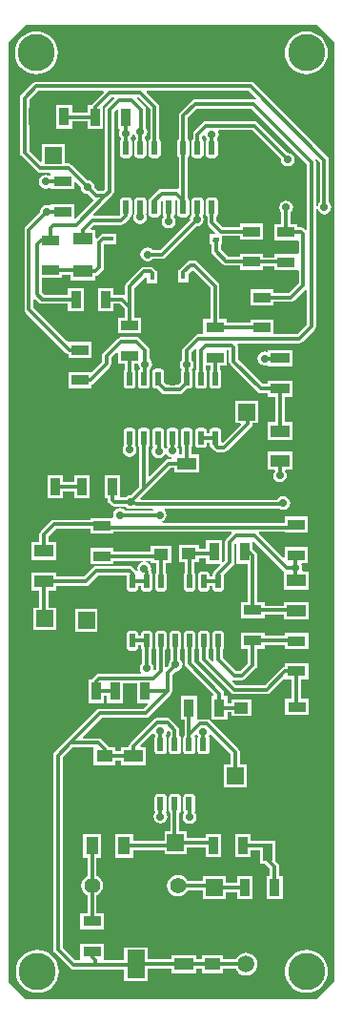
<source format=gbr>
%TF.GenerationSoftware,Altium Limited,Altium Designer,19.0.15 (446)*%
G04 Layer_Physical_Order=1*
G04 Layer_Color=255*
%FSLAX42Y42*%
%MOMM*%
%TF.FileFunction,Copper,L1,Top,Signal*%
%TF.Part,Single*%
G01*
G75*
%TA.AperFunction,SMDPad,CuDef*%
%ADD10R,1.55X0.90*%
%ADD11R,1.60X0.90*%
%ADD12R,1.70X1.10*%
%ADD13R,1.70X0.95*%
%ADD14R,0.90X1.60*%
G04:AMPARAMS|DCode=15|XSize=0.55mm|YSize=1.25mm|CornerRadius=0.05mm|HoleSize=0mm|Usage=FLASHONLY|Rotation=180.000|XOffset=0mm|YOffset=0mm|HoleType=Round|Shape=RoundedRectangle|*
%AMROUNDEDRECTD15*
21,1,0.55,1.15,0,0,180.0*
21,1,0.45,1.25,0,0,180.0*
1,1,0.10,-0.23,0.58*
1,1,0.10,0.23,0.58*
1,1,0.10,0.23,-0.58*
1,1,0.10,-0.23,-0.58*
%
%ADD15ROUNDEDRECTD15*%
%ADD16R,0.59X0.45*%
%ADD17R,1.30X1.00*%
%ADD18R,0.90X1.55*%
%ADD19R,0.45X0.59*%
%ADD20R,1.40X1.10*%
%ADD21R,1.60X2.50*%
%ADD22R,1.10X1.65*%
%TA.AperFunction,Conductor*%
%ADD23C,0.30*%
%TA.AperFunction,ComponentPad*%
%ADD24R,1.50X1.50*%
%ADD25C,1.40*%
%ADD26R,1.50X1.50*%
%ADD27C,1.50*%
%TA.AperFunction,ViaPad*%
%ADD28C,3.30*%
%ADD29C,0.70*%
G36*
X6650Y12650D02*
X6800Y12500D01*
Y4160D01*
X6640Y4000D01*
X4060D01*
X3900Y4160D01*
Y12490D01*
X4060Y12650D01*
X6650Y12650D01*
D02*
G37*
%LPC*%
G36*
X6550Y12591D02*
X6513Y12587D01*
X6477Y12576D01*
X6444Y12559D01*
X6415Y12535D01*
X6391Y12506D01*
X6374Y12473D01*
X6363Y12437D01*
X6359Y12400D01*
X6363Y12363D01*
X6374Y12327D01*
X6391Y12294D01*
X6415Y12265D01*
X6444Y12241D01*
X6477Y12224D01*
X6513Y12213D01*
X6550Y12209D01*
X6587Y12213D01*
X6623Y12224D01*
X6656Y12241D01*
X6685Y12265D01*
X6709Y12294D01*
X6726Y12327D01*
X6737Y12363D01*
X6741Y12400D01*
X6737Y12437D01*
X6726Y12473D01*
X6709Y12506D01*
X6685Y12535D01*
X6656Y12559D01*
X6623Y12576D01*
X6587Y12587D01*
X6550Y12591D01*
D02*
G37*
G36*
X4150D02*
X4113Y12587D01*
X4077Y12576D01*
X4044Y12559D01*
X4015Y12535D01*
X3991Y12506D01*
X3974Y12473D01*
X3963Y12437D01*
X3959Y12400D01*
X3963Y12363D01*
X3974Y12327D01*
X3991Y12294D01*
X4015Y12265D01*
X4044Y12241D01*
X4077Y12224D01*
X4113Y12213D01*
X4150Y12209D01*
X4187Y12213D01*
X4223Y12224D01*
X4256Y12241D01*
X4285Y12265D01*
X4309Y12294D01*
X4326Y12327D01*
X4337Y12363D01*
X4341Y12400D01*
X4337Y12437D01*
X4326Y12473D01*
X4309Y12506D01*
X4285Y12535D01*
X4256Y12559D01*
X4223Y12576D01*
X4187Y12587D01*
X4150Y12591D01*
D02*
G37*
G36*
X6055Y12143D02*
X6055Y12143D01*
X4150D01*
X4150Y12143D01*
X4134Y12140D01*
X4121Y12131D01*
X4016Y12026D01*
X4007Y12013D01*
X4004Y11997D01*
X4004Y11997D01*
Y11515D01*
X4004Y11515D01*
X4007Y11499D01*
X4016Y11486D01*
X4154Y11349D01*
X4154Y11349D01*
X4167Y11340D01*
X4183Y11337D01*
X4269D01*
X4278Y11328D01*
Y11315D01*
X4266Y11309D01*
X4258Y11314D01*
X4235Y11319D01*
X4212Y11314D01*
X4192Y11301D01*
X4178Y11281D01*
X4174Y11257D01*
X4178Y11234D01*
X4192Y11214D01*
X4212Y11201D01*
X4235Y11196D01*
X4258Y11201D01*
X4266Y11206D01*
X4278Y11200D01*
Y11188D01*
X4488D01*
Y11253D01*
X4499Y11258D01*
X4545Y11212D01*
X4544Y11207D01*
X4548Y11184D01*
X4562Y11164D01*
X4582Y11151D01*
X4605Y11146D01*
X4608Y11147D01*
X4652Y11102D01*
X4652Y11102D01*
X4655Y11101D01*
X4657Y11084D01*
X4500Y10928D01*
X4488Y10933D01*
Y11057D01*
X4278D01*
Y11055D01*
X4265Y11047D01*
X4245Y11051D01*
X4222Y11047D01*
X4202Y11033D01*
X4188Y11013D01*
X4184Y10990D01*
X4184Y10987D01*
X4056Y10859D01*
X4047Y10846D01*
X4044Y10830D01*
X4044Y10830D01*
Y10123D01*
X4044Y10122D01*
X4047Y10107D01*
X4056Y10094D01*
X4414Y9736D01*
X4414Y9736D01*
X4427Y9727D01*
X4433Y9726D01*
Y9695D01*
X4643D01*
Y9835D01*
X4433D01*
X4433Y9835D01*
Y9835D01*
X4423Y9842D01*
X4126Y10139D01*
Y10214D01*
X4138Y10219D01*
X4174Y10184D01*
X4187Y10175D01*
X4203Y10172D01*
X4203Y10172D01*
X4432D01*
Y10110D01*
X4572D01*
Y10315D01*
X4432D01*
Y10253D01*
X4219D01*
X4196Y10277D01*
Y10403D01*
X4378D01*
Y10432D01*
X4458D01*
Y10380D01*
X4678D01*
Y10420D01*
X4688Y10422D01*
X4701Y10431D01*
X4741Y10471D01*
X4741Y10471D01*
X4750Y10484D01*
X4753Y10500D01*
Y10701D01*
X4755Y10703D01*
X4862D01*
Y10798D01*
X4753D01*
Y10798D01*
X4743Y10790D01*
X4729Y10788D01*
X4716Y10779D01*
X4716Y10779D01*
X4690Y10753D01*
X4678Y10758D01*
Y10830D01*
X4639D01*
X4634Y10842D01*
X4667Y10874D01*
X4905D01*
X4905Y10874D01*
X4921Y10877D01*
X4934Y10886D01*
X4977Y10930D01*
X4977Y10930D01*
X4986Y10943D01*
X4987Y10947D01*
X4992Y10951D01*
X4999Y10961D01*
X5001Y10972D01*
Y11088D01*
X4999Y11099D01*
X4992Y11109D01*
X4982Y11116D01*
X4971Y11118D01*
X4925D01*
X4914Y11116D01*
X4904Y11109D01*
X4897Y11099D01*
X4895Y11088D01*
Y10972D01*
X4896Y10965D01*
X4888Y10956D01*
X4661D01*
X4656Y10968D01*
X4790Y11102D01*
X4790Y11102D01*
X4829Y11141D01*
X4838Y11154D01*
X4841Y11170D01*
X4841Y11170D01*
Y11876D01*
X4863Y11898D01*
X4875Y11893D01*
Y11725D01*
X4886D01*
X4892Y11714D01*
X4888Y11708D01*
X4884Y11685D01*
X4888Y11662D01*
X4902Y11642D01*
X4900Y11628D01*
X4897Y11624D01*
X4895Y11613D01*
Y11497D01*
X4897Y11486D01*
X4904Y11476D01*
X4914Y11469D01*
X4925Y11467D01*
X4971D01*
X4982Y11469D01*
X4992Y11476D01*
X4999Y11486D01*
X5001Y11497D01*
Y11613D01*
X4999Y11624D01*
X4992Y11634D01*
X4989Y11636D01*
Y11643D01*
X5002Y11662D01*
X5005Y11678D01*
X5018D01*
X5018Y11674D01*
X5032Y11654D01*
X5034Y11653D01*
Y11636D01*
X5031Y11634D01*
X5024Y11624D01*
X5022Y11613D01*
Y11497D01*
X5024Y11486D01*
X5031Y11476D01*
X5041Y11469D01*
X5052Y11467D01*
X5098D01*
X5109Y11469D01*
X5119Y11476D01*
X5126Y11486D01*
X5128Y11497D01*
Y11613D01*
X5126Y11624D01*
X5119Y11634D01*
X5116Y11636D01*
Y11653D01*
X5118Y11654D01*
X5132Y11674D01*
X5136Y11697D01*
X5132Y11721D01*
X5123Y11733D01*
Y11897D01*
X5120Y11913D01*
X5111Y11926D01*
X5045Y11992D01*
X5050Y12005D01*
X5059Y12006D01*
X5162Y11903D01*
Y11637D01*
X5158Y11634D01*
X5151Y11624D01*
X5149Y11613D01*
Y11497D01*
X5151Y11486D01*
X5158Y11476D01*
X5168Y11469D01*
X5179Y11467D01*
X5225D01*
X5236Y11469D01*
X5246Y11476D01*
X5253Y11486D01*
X5255Y11497D01*
Y11613D01*
X5253Y11624D01*
X5246Y11634D01*
X5243Y11636D01*
Y11920D01*
X5240Y11936D01*
X5231Y11949D01*
X5231Y11949D01*
X5130Y12050D01*
X5135Y12062D01*
X6038D01*
X6107Y11993D01*
X6099Y11983D01*
X6096Y11985D01*
X6080Y11988D01*
X6080Y11988D01*
X5563D01*
X5562Y11988D01*
X5547Y11985D01*
X5534Y11976D01*
X5534Y11976D01*
X5428Y11870D01*
X5419Y11857D01*
X5416Y11842D01*
X5416Y11841D01*
Y11637D01*
X5412Y11634D01*
X5405Y11624D01*
X5403Y11613D01*
Y11497D01*
X5405Y11486D01*
X5412Y11476D01*
X5416Y11473D01*
Y11200D01*
X5413Y11198D01*
X5403Y11191D01*
X5394Y11193D01*
X5394Y11193D01*
X5265D01*
X5265Y11193D01*
X5249Y11190D01*
X5236Y11181D01*
X5236Y11181D01*
X5174Y11119D01*
X5172Y11117D01*
X5168Y11116D01*
X5158Y11109D01*
X5151Y11099D01*
X5149Y11088D01*
Y10972D01*
X5151Y10961D01*
X5158Y10951D01*
X5168Y10944D01*
X5179Y10942D01*
X5225D01*
X5236Y10944D01*
X5246Y10951D01*
X5253Y10961D01*
X5255Y10972D01*
Y11085D01*
X5264Y11094D01*
X5276Y11088D01*
X5276Y11088D01*
Y10972D01*
X5278Y10961D01*
X5279Y10959D01*
X5282Y10946D01*
X5268Y10926D01*
X5264Y10903D01*
X5268Y10879D01*
X5282Y10859D01*
X5302Y10846D01*
X5325Y10841D01*
X5348Y10846D01*
X5368Y10859D01*
X5382Y10879D01*
X5386Y10903D01*
X5382Y10926D01*
X5368Y10946D01*
X5373Y10951D01*
X5373Y10951D01*
X5376Y10955D01*
X5380Y10961D01*
X5382Y10972D01*
Y11088D01*
X5382Y11089D01*
X5393Y11095D01*
X5403Y11086D01*
Y10972D01*
X5405Y10961D01*
X5412Y10951D01*
X5422Y10944D01*
X5433Y10942D01*
X5479D01*
X5490Y10944D01*
X5500Y10951D01*
X5507Y10961D01*
X5509Y10972D01*
Y11088D01*
X5507Y11099D01*
X5500Y11109D01*
X5497Y11111D01*
Y11474D01*
X5500Y11476D01*
X5507Y11486D01*
X5509Y11497D01*
Y11613D01*
X5507Y11624D01*
X5500Y11634D01*
X5497Y11636D01*
Y11825D01*
X5579Y11907D01*
X6063D01*
X6554Y11416D01*
Y10836D01*
X6542Y10831D01*
X6534Y10839D01*
X6521Y10848D01*
X6505Y10851D01*
X6505Y10851D01*
X6472D01*
Y10878D01*
X6411D01*
Y10983D01*
X6413Y10984D01*
X6427Y11004D01*
X6431Y11028D01*
X6427Y11051D01*
X6413Y11071D01*
X6393Y11084D01*
X6370Y11089D01*
X6347Y11084D01*
X6327Y11071D01*
X6313Y11051D01*
X6309Y11028D01*
X6313Y11004D01*
X6327Y10984D01*
X6329Y10983D01*
Y10878D01*
X6268D01*
Y10738D01*
X6472D01*
X6482Y10729D01*
Y10621D01*
X6472Y10613D01*
X6469Y10613D01*
X6268D01*
Y10586D01*
X6167D01*
Y10615D01*
X5958D01*
Y10593D01*
X5854D01*
X5789Y10659D01*
Y10698D01*
X5803D01*
Y10774D01*
X5958D01*
Y10745D01*
X6167D01*
Y10885D01*
X5958D01*
Y10856D01*
X5807D01*
X5751Y10912D01*
Y10949D01*
X5754Y10951D01*
X5761Y10961D01*
X5763Y10972D01*
Y11088D01*
X5761Y11099D01*
X5754Y11109D01*
X5744Y11116D01*
X5733Y11118D01*
X5687D01*
X5676Y11116D01*
X5666Y11109D01*
X5659Y11099D01*
X5657Y11088D01*
Y10972D01*
X5659Y10961D01*
X5666Y10951D01*
X5669Y10949D01*
Y10895D01*
X5669Y10895D01*
X5672Y10879D01*
X5681Y10866D01*
X5743Y10804D01*
X5738Y10793D01*
X5694D01*
Y10698D01*
X5707D01*
Y10642D01*
X5707Y10642D01*
X5710Y10626D01*
X5719Y10613D01*
X5809Y10524D01*
X5809Y10524D01*
X5822Y10515D01*
X5838Y10512D01*
X5958D01*
Y10475D01*
X6167D01*
Y10504D01*
X6268D01*
Y10473D01*
X6469D01*
X6472Y10473D01*
X6482Y10464D01*
Y10357D01*
X6396Y10271D01*
X6258D01*
Y10300D01*
X6053D01*
Y10160D01*
X6258D01*
Y10189D01*
X6412D01*
X6412Y10189D01*
X6428Y10192D01*
X6441Y10201D01*
X6542Y10301D01*
X6554Y10296D01*
Y9987D01*
X6471Y9903D01*
X6258D01*
Y10035D01*
X6053D01*
Y10008D01*
X5842D01*
Y10037D01*
X5778D01*
Y10332D01*
X5778Y10332D01*
X5775Y10348D01*
X5766Y10361D01*
X5766Y10361D01*
X5584Y10544D01*
X5571Y10553D01*
X5555Y10556D01*
X5555Y10556D01*
X5517D01*
X5502Y10553D01*
X5489Y10544D01*
X5489Y10544D01*
X5426Y10481D01*
X5420Y10472D01*
X5408D01*
Y10363D01*
X5503D01*
Y10442D01*
X5528Y10468D01*
X5544Y10468D01*
X5697Y10316D01*
Y10037D01*
X5633D01*
Y9903D01*
X5590D01*
X5590Y9903D01*
X5574Y9900D01*
X5561Y9891D01*
X5561Y9891D01*
X5458Y9788D01*
X5449Y9775D01*
X5446Y9759D01*
X5446Y9759D01*
Y9674D01*
X5444Y9673D01*
X5431Y9653D01*
X5426Y9630D01*
X5431Y9607D01*
X5443Y9589D01*
X5442Y9589D01*
X5436Y9579D01*
X5433Y9568D01*
Y9480D01*
X5407Y9453D01*
X5312D01*
X5286Y9480D01*
Y9568D01*
X5283Y9579D01*
X5277Y9589D01*
X5267Y9596D01*
X5255Y9598D01*
X5210D01*
X5198Y9596D01*
X5188Y9589D01*
X5182Y9579D01*
X5179Y9568D01*
Y9452D01*
X5182Y9441D01*
X5188Y9431D01*
X5198Y9424D01*
X5210Y9422D01*
X5228D01*
X5266Y9384D01*
X5266Y9384D01*
X5279Y9375D01*
X5295Y9372D01*
X5295Y9372D01*
X5424D01*
X5424Y9372D01*
X5440Y9375D01*
X5453Y9384D01*
X5491Y9422D01*
X5509D01*
X5521Y9424D01*
X5531Y9431D01*
X5537Y9441D01*
X5540Y9452D01*
Y9568D01*
X5537Y9579D01*
X5532Y9588D01*
X5544Y9607D01*
X5549Y9630D01*
X5544Y9653D01*
X5531Y9673D01*
X5527Y9676D01*
Y9742D01*
X5560Y9775D01*
X5563Y9774D01*
X5573Y9760D01*
X5573Y9759D01*
X5573Y9759D01*
Y9591D01*
X5569Y9589D01*
X5563Y9579D01*
X5560Y9568D01*
Y9452D01*
X5563Y9441D01*
X5569Y9431D01*
X5579Y9424D01*
X5591Y9422D01*
X5636D01*
X5648Y9424D01*
X5658Y9431D01*
X5664Y9441D01*
X5667Y9452D01*
Y9568D01*
X5664Y9579D01*
X5658Y9589D01*
X5654Y9591D01*
Y9628D01*
X5700D01*
Y9592D01*
X5696Y9589D01*
X5690Y9579D01*
X5687Y9568D01*
Y9452D01*
X5690Y9441D01*
X5696Y9431D01*
X5706Y9424D01*
X5718Y9422D01*
X5763D01*
X5775Y9424D01*
X5785Y9431D01*
X5791Y9441D01*
X5794Y9452D01*
Y9568D01*
X5791Y9579D01*
X5785Y9589D01*
X5782Y9591D01*
Y9628D01*
X5842D01*
Y9762D01*
X5862D01*
Y9663D01*
X5862Y9662D01*
X5865Y9647D01*
X5874Y9634D01*
X6116Y9391D01*
X6116Y9391D01*
X6129Y9382D01*
X6145Y9379D01*
X6145Y9379D01*
X6208D01*
Y9347D01*
X6277D01*
Y9122D01*
X6208D01*
Y8962D01*
X6428D01*
Y9122D01*
X6358D01*
Y9347D01*
X6428D01*
Y9492D01*
X6208D01*
Y9461D01*
X6162D01*
X5943Y9679D01*
Y9785D01*
X5943Y9785D01*
X5940Y9801D01*
X5935Y9809D01*
X5941Y9822D01*
X6487D01*
X6488Y9822D01*
X6503Y9825D01*
X6516Y9834D01*
X6624Y9941D01*
X6624Y9941D01*
X6633Y9954D01*
X6636Y9970D01*
X6636Y9970D01*
Y11432D01*
X6633Y11448D01*
X6631Y11451D01*
X6640Y11459D01*
X6670Y11430D01*
Y11073D01*
X6667Y11071D01*
X6654Y11051D01*
X6649Y11028D01*
X6654Y11005D01*
X6667Y10985D01*
X6687Y10972D01*
X6710Y10967D01*
X6734Y10972D01*
X6754Y10985D01*
X6767Y11005D01*
X6772Y11028D01*
X6767Y11051D01*
X6754Y11071D01*
X6751Y11073D01*
Y11447D01*
X6751Y11447D01*
X6748Y11463D01*
X6739Y11476D01*
X6084Y12131D01*
X6071Y12140D01*
X6068Y12141D01*
X6055Y12143D01*
D02*
G37*
G36*
X6085Y11796D02*
X6085Y11796D01*
X5660D01*
X5660Y11796D01*
X5644Y11793D01*
X5631Y11784D01*
X5631Y11784D01*
X5554Y11707D01*
X5545Y11694D01*
X5542Y11678D01*
X5542Y11678D01*
Y11636D01*
X5539Y11634D01*
X5532Y11624D01*
X5530Y11613D01*
Y11497D01*
X5532Y11486D01*
X5539Y11476D01*
X5549Y11469D01*
X5560Y11467D01*
X5606D01*
X5617Y11469D01*
X5627Y11476D01*
X5634Y11486D01*
X5636Y11497D01*
Y11613D01*
X5634Y11624D01*
X5627Y11634D01*
X5624Y11636D01*
Y11661D01*
X5637Y11674D01*
X5651Y11670D01*
X5654Y11654D01*
X5667Y11635D01*
X5666Y11634D01*
X5659Y11624D01*
X5657Y11613D01*
Y11497D01*
X5659Y11486D01*
X5666Y11476D01*
X5676Y11469D01*
X5687Y11467D01*
X5733D01*
X5744Y11469D01*
X5754Y11476D01*
X5761Y11486D01*
X5763Y11497D01*
Y11613D01*
X5761Y11624D01*
X5754Y11634D01*
X5754Y11634D01*
X5767Y11654D01*
X5772Y11678D01*
X5767Y11701D01*
X5766Y11703D01*
X5772Y11714D01*
X6068D01*
X6325Y11458D01*
X6324Y11453D01*
X6328Y11429D01*
X6342Y11409D01*
X6362Y11396D01*
X6385Y11391D01*
X6408Y11396D01*
X6428Y11409D01*
X6442Y11429D01*
X6446Y11453D01*
X6442Y11476D01*
X6428Y11496D01*
X6408Y11509D01*
X6385Y11514D01*
X6384Y11514D01*
X6114Y11784D01*
X6101Y11793D01*
X6098Y11793D01*
X6085Y11796D01*
D02*
G37*
G36*
X5098Y11118D02*
X5052D01*
X5041Y11116D01*
X5031Y11109D01*
X5024Y11099D01*
X5022Y11088D01*
Y10975D01*
X5016Y10966D01*
X5011Y10943D01*
X5016Y10919D01*
X5029Y10899D01*
X5049Y10886D01*
X5072Y10881D01*
X5096Y10886D01*
X5116Y10899D01*
X5129Y10919D01*
X5134Y10943D01*
X5129Y10966D01*
X5127Y10968D01*
X5128Y10972D01*
Y11088D01*
X5126Y11099D01*
X5119Y11109D01*
X5109Y11116D01*
X5098Y11118D01*
D02*
G37*
G36*
X5606D02*
X5560D01*
X5549Y11116D01*
X5539Y11109D01*
X5532Y11099D01*
X5530Y11088D01*
Y10972D01*
X5532Y10961D01*
X5532Y10961D01*
X5521Y10943D01*
X5516Y10920D01*
X5517Y10917D01*
X5253Y10653D01*
X5182D01*
X5181Y10656D01*
X5161Y10669D01*
X5138Y10674D01*
X5114Y10669D01*
X5094Y10656D01*
X5081Y10636D01*
X5076Y10612D01*
X5081Y10589D01*
X5094Y10569D01*
X5114Y10556D01*
X5138Y10551D01*
X5161Y10556D01*
X5181Y10569D01*
X5182Y10572D01*
X5270D01*
X5270Y10572D01*
X5286Y10575D01*
X5299Y10584D01*
X5575Y10859D01*
X5578Y10859D01*
X5601Y10863D01*
X5621Y10877D01*
X5634Y10897D01*
X5639Y10920D01*
X5634Y10943D01*
X5628Y10952D01*
X5634Y10961D01*
X5636Y10972D01*
Y11088D01*
X5634Y11099D01*
X5627Y11109D01*
X5617Y11116D01*
X5606Y11118D01*
D02*
G37*
G36*
X5165Y10501D02*
X5165Y10501D01*
X5108D01*
X5108Y10501D01*
X5092Y10498D01*
X5079Y10489D01*
X5079Y10489D01*
X4950Y10360D01*
X4941Y10347D01*
X4938Y10332D01*
X4938Y10332D01*
Y10256D01*
X4931Y10252D01*
X4926Y10250D01*
X4912Y10253D01*
X4912Y10253D01*
X4838D01*
Y10315D01*
X4698D01*
Y10110D01*
X4838D01*
Y10172D01*
X4895D01*
X4938Y10128D01*
Y10050D01*
X4874D01*
Y9910D01*
X5084D01*
Y10050D01*
X5020D01*
Y10145D01*
X5020Y10145D01*
X5020Y10145D01*
Y10315D01*
X5120Y10415D01*
X5132Y10409D01*
Y10356D01*
X5227D01*
Y10465D01*
X5215D01*
X5209Y10474D01*
X5209Y10474D01*
X5194Y10489D01*
X5181Y10498D01*
X5178Y10498D01*
X5165Y10501D01*
D02*
G37*
G36*
X5040Y9878D02*
X5040Y9878D01*
X4903D01*
X4903Y9878D01*
X4887Y9875D01*
X4874Y9866D01*
X4746Y9739D01*
X4737Y9726D01*
X4734Y9710D01*
X4734Y9710D01*
Y9657D01*
X4642Y9565D01*
X4433D01*
Y9425D01*
X4643D01*
Y9457D01*
X4646Y9457D01*
X4659Y9466D01*
X4804Y9611D01*
X4804Y9611D01*
X4813Y9624D01*
X4816Y9640D01*
X4816Y9640D01*
Y9693D01*
X4862Y9740D01*
X4874Y9735D01*
Y9640D01*
X4938D01*
Y9592D01*
X4934Y9589D01*
X4928Y9579D01*
X4925Y9568D01*
Y9452D01*
X4928Y9441D01*
X4934Y9431D01*
X4944Y9424D01*
X4956Y9422D01*
X5001D01*
X5013Y9424D01*
X5023Y9431D01*
X5029Y9441D01*
X5032Y9452D01*
Y9568D01*
X5029Y9579D01*
X5023Y9589D01*
X5020Y9591D01*
Y9640D01*
X5054D01*
X5056Y9638D01*
X5061Y9614D01*
X5071Y9599D01*
Y9595D01*
X5061Y9589D01*
X5055Y9579D01*
X5052Y9568D01*
Y9452D01*
X5055Y9441D01*
X5061Y9431D01*
X5071Y9424D01*
X5083Y9422D01*
X5128D01*
X5140Y9424D01*
X5150Y9431D01*
X5156Y9441D01*
X5159Y9452D01*
Y9568D01*
X5156Y9579D01*
X5160Y9594D01*
X5161Y9594D01*
X5174Y9614D01*
X5179Y9638D01*
X5174Y9661D01*
X5161Y9681D01*
X5158Y9682D01*
Y9760D01*
X5158Y9760D01*
X5155Y9776D01*
X5146Y9789D01*
X5069Y9866D01*
X5056Y9875D01*
X5053Y9876D01*
X5040Y9878D01*
D02*
G37*
G36*
X6428Y9763D02*
X6208D01*
Y9754D01*
X6195Y9745D01*
X6178Y9749D01*
X6154Y9744D01*
X6134Y9731D01*
X6121Y9711D01*
X6116Y9688D01*
X6121Y9664D01*
X6134Y9644D01*
X6154Y9631D01*
X6178Y9626D01*
X6195Y9630D01*
X6208Y9621D01*
Y9618D01*
X6428D01*
Y9763D01*
D02*
G37*
G36*
X6122Y9315D02*
X5922D01*
Y9115D01*
X5963D01*
X5968Y9103D01*
X5806Y8942D01*
X5794Y8946D01*
Y9043D01*
X5791Y9054D01*
X5785Y9064D01*
X5775Y9071D01*
X5763Y9073D01*
X5718D01*
X5706Y9071D01*
X5696Y9064D01*
X5690Y9054D01*
X5687Y9043D01*
Y9026D01*
X5667D01*
Y9043D01*
X5664Y9054D01*
X5658Y9064D01*
X5648Y9071D01*
X5636Y9073D01*
X5591D01*
X5579Y9071D01*
X5569Y9064D01*
X5563Y9054D01*
X5560Y9043D01*
Y8927D01*
X5563Y8916D01*
X5569Y8906D01*
X5579Y8899D01*
X5591Y8897D01*
X5636D01*
X5648Y8899D01*
X5658Y8906D01*
X5664Y8916D01*
X5667Y8927D01*
Y8944D01*
X5687D01*
Y8927D01*
X5690Y8916D01*
X5696Y8906D01*
X5706Y8900D01*
X5712Y8891D01*
X5734Y8869D01*
X5734Y8869D01*
X5747Y8860D01*
X5762Y8857D01*
X5763Y8857D01*
X5820D01*
X5820Y8857D01*
X5836Y8860D01*
X5849Y8869D01*
X6059Y9079D01*
X6059Y9079D01*
X6068Y9092D01*
X6071Y9108D01*
Y9115D01*
X6122D01*
Y9315D01*
D02*
G37*
G36*
X5509Y9073D02*
X5464D01*
X5452Y9071D01*
X5442Y9064D01*
X5436Y9054D01*
X5433Y9043D01*
Y8927D01*
X5436Y8916D01*
X5442Y8906D01*
X5446Y8903D01*
Y8835D01*
X5422D01*
X5417Y8845D01*
X5417Y8848D01*
X5421Y8870D01*
X5417Y8893D01*
X5406Y8909D01*
X5410Y8916D01*
X5413Y8927D01*
Y9043D01*
X5410Y9054D01*
X5404Y9064D01*
X5394Y9071D01*
X5382Y9073D01*
X5337D01*
X5325Y9071D01*
X5315Y9064D01*
X5309Y9054D01*
X5306Y9043D01*
Y8927D01*
X5309Y8916D01*
X5314Y8909D01*
X5305Y8895D01*
X5297Y8893D01*
X5291Y8894D01*
X5281Y8908D01*
X5280Y8911D01*
X5283Y8916D01*
X5286Y8927D01*
Y9043D01*
X5283Y9054D01*
X5277Y9064D01*
X5267Y9071D01*
X5255Y9073D01*
X5210D01*
X5198Y9071D01*
X5188Y9064D01*
X5182Y9054D01*
X5179Y9043D01*
Y8927D01*
X5182Y8916D01*
X5188Y8906D01*
X5191Y8904D01*
X5181Y8888D01*
X5176Y8865D01*
X5181Y8842D01*
X5194Y8822D01*
X5214Y8808D01*
X5238Y8804D01*
X5261Y8808D01*
X5281Y8822D01*
X5293Y8840D01*
X5301Y8841D01*
X5307Y8841D01*
X5317Y8827D01*
X5337Y8813D01*
X5349Y8811D01*
X5348Y8798D01*
X5328D01*
X5328Y8798D01*
X5312Y8795D01*
X5299Y8786D01*
X5299Y8786D01*
X5159Y8646D01*
X5147Y8651D01*
Y8904D01*
X5150Y8906D01*
X5156Y8916D01*
X5159Y8927D01*
Y9043D01*
X5156Y9054D01*
X5150Y9064D01*
X5140Y9071D01*
X5128Y9073D01*
X5083D01*
X5071Y9071D01*
X5061Y9064D01*
X5055Y9054D01*
X5052Y9043D01*
Y8927D01*
X5055Y8916D01*
X5061Y8906D01*
X5065Y8903D01*
Y8553D01*
X4988Y8476D01*
X4985Y8476D01*
X4962Y8472D01*
X4942Y8458D01*
X4940Y8456D01*
X4895D01*
Y8655D01*
X4755D01*
Y8445D01*
X4784D01*
Y8433D01*
X4784Y8433D01*
X4787Y8417D01*
X4796Y8404D01*
X4814Y8386D01*
X4814Y8386D01*
X4827Y8377D01*
X4843Y8374D01*
X4843Y8374D01*
X4940D01*
X4942Y8372D01*
X4962Y8358D01*
X4985Y8354D01*
X5008Y8358D01*
X5013Y8362D01*
X5020Y8357D01*
X5035Y8354D01*
X5035Y8354D01*
X5184D01*
X5191Y8342D01*
X5190Y8341D01*
X4940D01*
X4938Y8343D01*
X4918Y8357D01*
X4895Y8361D01*
X4872Y8357D01*
X4852Y8343D01*
X4838Y8323D01*
X4834Y8300D01*
X4836Y8288D01*
X4826Y8275D01*
X4628D01*
Y8258D01*
X4308D01*
X4308Y8258D01*
X4292Y8255D01*
X4279Y8246D01*
X4279Y8246D01*
X4189Y8156D01*
X4180Y8143D01*
X4177Y8128D01*
X4177Y8127D01*
Y8060D01*
X4108D01*
Y7900D01*
X4328D01*
Y8060D01*
X4258D01*
Y8111D01*
X4324Y8177D01*
X4628D01*
Y8135D01*
X4838D01*
Y8149D01*
X5881D01*
X5886Y8137D01*
X5841Y8091D01*
X5832Y8078D01*
X5829Y8062D01*
X5829Y8062D01*
Y7899D01*
X5812Y7882D01*
X5800Y7887D01*
Y8078D01*
X5660D01*
Y7996D01*
X5599D01*
Y8030D01*
X5419D01*
Y7880D01*
X5471D01*
Y7791D01*
X5468Y7789D01*
X5461Y7779D01*
X5459Y7768D01*
Y7652D01*
X5461Y7641D01*
X5468Y7631D01*
X5478Y7624D01*
X5489Y7622D01*
X5535D01*
X5546Y7624D01*
X5556Y7631D01*
X5563Y7641D01*
X5565Y7652D01*
Y7768D01*
X5563Y7779D01*
X5556Y7789D01*
X5553Y7791D01*
Y7880D01*
X5599D01*
Y7914D01*
X5660D01*
Y7868D01*
X5781D01*
X5786Y7856D01*
X5737Y7807D01*
X5728Y7794D01*
X5728Y7793D01*
X5722Y7789D01*
X5715Y7779D01*
X5713Y7768D01*
Y7751D01*
X5692D01*
Y7768D01*
X5690Y7779D01*
X5683Y7789D01*
X5673Y7796D01*
X5662Y7798D01*
X5616D01*
X5605Y7796D01*
X5595Y7789D01*
X5588Y7779D01*
X5586Y7768D01*
Y7652D01*
X5588Y7641D01*
X5595Y7631D01*
X5605Y7624D01*
X5616Y7622D01*
X5662D01*
X5673Y7624D01*
X5683Y7631D01*
X5690Y7641D01*
X5692Y7652D01*
Y7669D01*
X5713D01*
Y7652D01*
X5715Y7641D01*
X5722Y7631D01*
X5732Y7624D01*
X5743Y7622D01*
X5789D01*
X5800Y7624D01*
X5810Y7631D01*
X5817Y7641D01*
X5819Y7652D01*
Y7768D01*
X5818Y7773D01*
X5899Y7854D01*
X5899Y7854D01*
X5908Y7867D01*
X5911Y7882D01*
X5911Y7883D01*
Y8044D01*
X5918Y8050D01*
X5930Y8044D01*
Y7868D01*
X6032D01*
Y7525D01*
X5967D01*
Y7385D01*
X6177D01*
Y7414D01*
X6353D01*
Y7370D01*
X6572D01*
Y7530D01*
X6353D01*
Y7496D01*
X6177D01*
Y7525D01*
X6113D01*
Y7938D01*
X6113Y7938D01*
X6110Y7953D01*
X6101Y7966D01*
X6101Y7966D01*
X6070Y7998D01*
Y8062D01*
X6083Y8067D01*
X6351Y7799D01*
X6353Y7798D01*
Y7640D01*
X6572D01*
Y7800D01*
X6520D01*
X6511Y7813D01*
X6514Y7828D01*
X6509Y7851D01*
X6501Y7862D01*
X6508Y7875D01*
X6565D01*
Y8015D01*
X6355D01*
Y7927D01*
X6343Y7922D01*
X6129Y8137D01*
X6134Y8149D01*
X6355D01*
Y8145D01*
X6565D01*
Y8285D01*
X6355D01*
Y8231D01*
X5272D01*
X5271Y8243D01*
X5291Y8257D01*
X5304Y8277D01*
X5309Y8300D01*
X5304Y8323D01*
X5292Y8342D01*
X5295Y8354D01*
X6313D01*
X6322Y8348D01*
X6345Y8344D01*
X6368Y8348D01*
X6388Y8362D01*
X6402Y8382D01*
X6406Y8405D01*
X6402Y8428D01*
X6388Y8448D01*
X6368Y8462D01*
X6345Y8466D01*
X6322Y8462D01*
X6302Y8448D01*
X6293Y8436D01*
X5080D01*
X5075Y8448D01*
X5135Y8507D01*
X5344Y8717D01*
X5380D01*
Y8675D01*
X5600D01*
Y8835D01*
X5528D01*
Y8904D01*
X5531Y8906D01*
X5537Y8916D01*
X5540Y8927D01*
Y9043D01*
X5537Y9054D01*
X5531Y9064D01*
X5521Y9071D01*
X5509Y9073D01*
D02*
G37*
G36*
X5001D02*
X4956D01*
X4944Y9071D01*
X4934Y9064D01*
X4928Y9054D01*
X4925Y9043D01*
Y8927D01*
X4928Y8916D01*
X4930Y8912D01*
X4922Y8900D01*
X4918Y8877D01*
X4922Y8853D01*
X4936Y8833D01*
X4956Y8820D01*
X4979Y8815D01*
X5002Y8820D01*
X5022Y8833D01*
X5036Y8853D01*
X5040Y8877D01*
X5036Y8900D01*
X5027Y8912D01*
X5029Y8916D01*
X5032Y8927D01*
Y9043D01*
X5029Y9054D01*
X5023Y9064D01*
X5013Y9071D01*
X5001Y9073D01*
D02*
G37*
G36*
X6428Y8862D02*
X6208D01*
Y8702D01*
X6266D01*
X6267Y8701D01*
X6272Y8690D01*
X6261Y8673D01*
X6256Y8650D01*
X6261Y8627D01*
X6274Y8607D01*
X6294Y8593D01*
X6317Y8589D01*
X6341Y8593D01*
X6361Y8607D01*
X6374Y8627D01*
X6379Y8650D01*
X6374Y8673D01*
X6363Y8690D01*
X6368Y8701D01*
X6369Y8702D01*
X6428D01*
Y8862D01*
D02*
G37*
G36*
X4390Y8655D02*
X4250D01*
Y8445D01*
X4390D01*
Y8509D01*
X4485D01*
Y8445D01*
X4625D01*
Y8655D01*
X4485D01*
Y8591D01*
X4390D01*
Y8655D01*
D02*
G37*
G36*
X5348Y8025D02*
X5168D01*
Y7976D01*
X4838D01*
Y8005D01*
X4628D01*
Y7865D01*
X4838D01*
Y7894D01*
X5098D01*
X5099Y7882D01*
X5087Y7879D01*
X5067Y7866D01*
X5053Y7846D01*
X5049Y7822D01*
X5053Y7803D01*
X5042Y7798D01*
X5033Y7811D01*
X5033Y7811D01*
X5008Y7836D01*
X4995Y7845D01*
X4979Y7848D01*
X4979Y7848D01*
X4685D01*
X4669Y7845D01*
X4656Y7836D01*
X4656Y7836D01*
X4571Y7751D01*
X4328D01*
Y7790D01*
X4108D01*
Y7630D01*
X4177D01*
Y7478D01*
X4125D01*
Y7278D01*
X4325D01*
Y7478D01*
X4258D01*
Y7630D01*
X4328D01*
Y7669D01*
X4587D01*
X4588Y7669D01*
X4603Y7672D01*
X4616Y7681D01*
X4702Y7767D01*
X4951D01*
Y7652D01*
X4953Y7641D01*
X4960Y7631D01*
X4970Y7624D01*
X4981Y7622D01*
X5027D01*
X5038Y7624D01*
X5048Y7631D01*
X5055Y7641D01*
X5057Y7652D01*
Y7669D01*
X5078D01*
Y7652D01*
X5080Y7641D01*
X5087Y7631D01*
X5097Y7624D01*
X5108Y7622D01*
X5154D01*
X5165Y7624D01*
X5175Y7631D01*
X5182Y7641D01*
X5184Y7652D01*
Y7768D01*
X5182Y7779D01*
X5175Y7789D01*
X5172Y7791D01*
Y7801D01*
X5169Y7814D01*
X5171Y7822D01*
X5167Y7846D01*
X5153Y7866D01*
X5133Y7879D01*
X5121Y7882D01*
X5122Y7894D01*
X5168D01*
Y7875D01*
X5217D01*
Y7791D01*
X5214Y7789D01*
X5207Y7779D01*
X5205Y7768D01*
Y7652D01*
X5207Y7641D01*
X5214Y7631D01*
X5224Y7624D01*
X5235Y7622D01*
X5281D01*
X5292Y7624D01*
X5302Y7631D01*
X5309Y7641D01*
X5311Y7652D01*
Y7768D01*
X5309Y7779D01*
X5302Y7789D01*
X5299Y7791D01*
Y7875D01*
X5348D01*
Y8025D01*
D02*
G37*
G36*
X4695Y7465D02*
X4495D01*
Y7265D01*
X4695D01*
Y7465D01*
D02*
G37*
G36*
X5789Y7273D02*
X5743D01*
X5732Y7271D01*
X5722Y7264D01*
X5715Y7254D01*
X5713Y7243D01*
Y7127D01*
X5715Y7116D01*
X5722Y7106D01*
X5725Y7104D01*
Y7019D01*
X5725Y7019D01*
X5728Y7007D01*
X5727Y7006D01*
X5714Y7002D01*
X5680Y7037D01*
Y7104D01*
X5683Y7106D01*
X5690Y7116D01*
X5692Y7127D01*
Y7243D01*
X5690Y7254D01*
X5683Y7264D01*
X5673Y7271D01*
X5662Y7273D01*
X5616D01*
X5605Y7271D01*
X5595Y7264D01*
X5588Y7254D01*
X5586Y7243D01*
Y7127D01*
X5588Y7116D01*
X5595Y7106D01*
X5598Y7104D01*
Y7020D01*
X5598Y7020D01*
X5601Y7004D01*
X5610Y6991D01*
X5880Y6721D01*
X5880Y6721D01*
X5893Y6712D01*
X5909Y6709D01*
X5909Y6709D01*
X6200D01*
X6200Y6709D01*
X6216Y6712D01*
X6229Y6721D01*
X6346Y6838D01*
X6357Y6843D01*
Y6843D01*
X6357Y6843D01*
X6422D01*
Y6667D01*
X6360D01*
Y6527D01*
X6570D01*
Y6667D01*
X6503D01*
Y6843D01*
X6567D01*
Y6983D01*
X6357D01*
Y6952D01*
X6347Y6950D01*
X6334Y6941D01*
X6334Y6941D01*
X6183Y6791D01*
X5926D01*
X5893Y6823D01*
X5897Y6836D01*
X5898Y6837D01*
X5910Y6834D01*
X5910Y6834D01*
X5977D01*
X5978Y6834D01*
X5993Y6837D01*
X6006Y6846D01*
X6101Y6941D01*
X6101Y6941D01*
X6110Y6954D01*
X6113Y6970D01*
Y7115D01*
X6177D01*
Y7144D01*
X6357D01*
Y7112D01*
X6567D01*
Y7252D01*
X6357D01*
Y7226D01*
X6177D01*
Y7255D01*
X5967D01*
Y7115D01*
X6032D01*
Y6987D01*
X5961Y6916D01*
X5927D01*
X5807Y7036D01*
Y7104D01*
X5810Y7106D01*
X5817Y7116D01*
X5819Y7127D01*
Y7243D01*
X5817Y7254D01*
X5810Y7264D01*
X5800Y7271D01*
X5789Y7273D01*
D02*
G37*
G36*
X5408D02*
X5362D01*
X5351Y7271D01*
X5341Y7264D01*
X5334Y7254D01*
X5332Y7243D01*
Y7127D01*
X5334Y7116D01*
X5341Y7106D01*
X5347Y7102D01*
Y7017D01*
X5344Y7016D01*
X5331Y6996D01*
X5326Y6972D01*
X5327Y6967D01*
X5308Y6947D01*
X5296Y6952D01*
Y7102D01*
X5302Y7106D01*
X5309Y7116D01*
X5311Y7127D01*
Y7243D01*
X5309Y7254D01*
X5302Y7264D01*
X5292Y7271D01*
X5281Y7273D01*
X5235D01*
X5224Y7271D01*
X5214Y7264D01*
X5207Y7254D01*
X5205Y7243D01*
Y7127D01*
X5207Y7116D01*
X5214Y7106D01*
X5214Y7106D01*
Y6932D01*
X5204Y6921D01*
X5192Y6928D01*
X5194Y6938D01*
X5189Y6961D01*
X5176Y6981D01*
X5174Y6982D01*
Y7105D01*
X5175Y7106D01*
X5182Y7116D01*
X5184Y7127D01*
Y7243D01*
X5182Y7254D01*
X5175Y7264D01*
X5165Y7271D01*
X5154Y7273D01*
X5108D01*
X5097Y7271D01*
X5087Y7264D01*
X5080Y7254D01*
X5078Y7243D01*
Y7226D01*
X5057D01*
Y7243D01*
X5055Y7254D01*
X5048Y7264D01*
X5038Y7271D01*
X5027Y7273D01*
X4981D01*
X4970Y7271D01*
X4960Y7264D01*
X4953Y7254D01*
X4951Y7243D01*
Y7127D01*
X4953Y7116D01*
X4960Y7106D01*
X4970Y7099D01*
X4981Y7097D01*
X5027D01*
X5038Y7099D01*
X5048Y7106D01*
X5055Y7116D01*
X5057Y7127D01*
Y7144D01*
X5078D01*
Y7127D01*
X5080Y7116D01*
X5087Y7106D01*
X5092Y7102D01*
Y6982D01*
X5089Y6981D01*
X5076Y6961D01*
X5072Y6938D01*
X5076Y6914D01*
X5083Y6903D01*
X5077Y6891D01*
X4710D01*
X4710Y6891D01*
X4694Y6888D01*
X4681Y6879D01*
X4681Y6879D01*
X4651Y6849D01*
X4646Y6841D01*
X4613D01*
Y6631D01*
X4753D01*
Y6694D01*
X4778D01*
Y6630D01*
X4918D01*
Y6809D01*
X5048D01*
Y6630D01*
X5136D01*
X5141Y6618D01*
X5103Y6581D01*
X4715D01*
X4699Y6578D01*
X4686Y6569D01*
X4686Y6569D01*
X4424Y6306D01*
X4314Y6196D01*
X4305Y6183D01*
X4302Y6167D01*
X4302Y6167D01*
Y4445D01*
X4302Y4445D01*
X4305Y4429D01*
X4314Y4416D01*
X4451Y4279D01*
X4451Y4279D01*
X4464Y4270D01*
X4480Y4267D01*
X4480Y4267D01*
X4930D01*
Y4165D01*
X5140D01*
Y4274D01*
X5355D01*
Y4235D01*
X5575D01*
Y4274D01*
X5620D01*
Y4235D01*
X5810D01*
Y4274D01*
X5924D01*
X5928Y4265D01*
X5944Y4244D01*
X5965Y4228D01*
X5989Y4218D01*
X6015Y4214D01*
X6041Y4218D01*
X6065Y4228D01*
X6086Y4244D01*
X6102Y4265D01*
X6112Y4289D01*
X6116Y4315D01*
X6112Y4341D01*
X6102Y4365D01*
X6086Y4386D01*
X6065Y4402D01*
X6041Y4412D01*
X6015Y4416D01*
X5989Y4412D01*
X5965Y4402D01*
X5944Y4386D01*
X5928Y4365D01*
X5924Y4356D01*
X5810D01*
Y4395D01*
X5620D01*
Y4356D01*
X5575D01*
Y4395D01*
X5355D01*
Y4356D01*
X5140D01*
Y4465D01*
X4930D01*
Y4348D01*
X4760D01*
X4750Y4355D01*
Y4495D01*
X4540D01*
Y4355D01*
X4530Y4348D01*
X4497D01*
X4383Y4462D01*
Y6151D01*
X4469Y6237D01*
X4661D01*
Y6080D01*
X4851D01*
Y6119D01*
X4903D01*
Y6080D01*
X5123D01*
Y6240D01*
X5078D01*
X5073Y6252D01*
X5184Y6363D01*
X5197Y6357D01*
X5208Y6341D01*
X5204Y6334D01*
X5201Y6323D01*
Y6207D01*
X5204Y6196D01*
X5210Y6186D01*
X5220Y6179D01*
X5232Y6177D01*
X5277D01*
X5289Y6179D01*
X5299Y6186D01*
X5305Y6196D01*
X5308Y6207D01*
Y6323D01*
X5305Y6334D01*
X5299Y6344D01*
X5309Y6359D01*
X5314Y6383D01*
X5313Y6384D01*
X5325Y6390D01*
X5339Y6376D01*
Y6345D01*
X5337Y6344D01*
X5331Y6334D01*
X5328Y6323D01*
Y6207D01*
X5331Y6196D01*
X5337Y6186D01*
X5347Y6179D01*
X5359Y6177D01*
X5404D01*
X5416Y6179D01*
X5426Y6186D01*
X5432Y6196D01*
X5435Y6207D01*
Y6323D01*
X5432Y6334D01*
X5426Y6344D01*
X5421Y6347D01*
Y6392D01*
X5418Y6408D01*
X5409Y6421D01*
X5409Y6421D01*
X5344Y6486D01*
X5331Y6495D01*
X5315Y6498D01*
X5315Y6498D01*
X5221D01*
X5221Y6498D01*
X5206Y6495D01*
X5193Y6486D01*
X4984Y6277D01*
X4975Y6264D01*
X4972Y6249D01*
X4963Y6240D01*
X4903D01*
Y6201D01*
X4851D01*
Y6240D01*
X4793D01*
X4785Y6253D01*
X4785Y6253D01*
X4731Y6306D01*
X4718Y6315D01*
X4703Y6318D01*
X4702Y6318D01*
X4568D01*
X4563Y6330D01*
X4732Y6499D01*
X5120D01*
X5120Y6499D01*
X5136Y6502D01*
X5149Y6511D01*
X5344Y6706D01*
X5344Y6706D01*
X5353Y6719D01*
X5356Y6735D01*
Y6880D01*
X5387Y6911D01*
X5388Y6911D01*
X5411Y6916D01*
X5431Y6929D01*
X5444Y6949D01*
X5449Y6972D01*
X5444Y6996D01*
X5431Y7016D01*
X5428Y7017D01*
Y7105D01*
X5429Y7106D01*
X5436Y7116D01*
X5438Y7127D01*
Y7243D01*
X5436Y7254D01*
X5429Y7264D01*
X5419Y7271D01*
X5408Y7273D01*
D02*
G37*
G36*
X5535D02*
X5489D01*
X5478Y7271D01*
X5468Y7264D01*
X5461Y7254D01*
X5459Y7243D01*
Y7127D01*
X5461Y7116D01*
X5468Y7106D01*
X5471Y7104D01*
Y6980D01*
X5471Y6980D01*
X5474Y6965D01*
X5483Y6952D01*
X5727Y6708D01*
X5722Y6695D01*
X5707D01*
Y6485D01*
X5847D01*
Y6549D01*
X5882D01*
Y6515D01*
X6062D01*
Y6665D01*
X5882D01*
Y6631D01*
X5847D01*
Y6695D01*
X5818D01*
Y6715D01*
X5818Y6715D01*
X5815Y6731D01*
X5806Y6744D01*
X5806Y6744D01*
X5553Y6997D01*
Y7104D01*
X5556Y7106D01*
X5563Y7116D01*
X5565Y7127D01*
Y7243D01*
X5563Y7254D01*
X5556Y7264D01*
X5546Y7271D01*
X5535Y7273D01*
D02*
G37*
G36*
X5578Y6695D02*
X5438D01*
Y6485D01*
X5468D01*
Y6352D01*
X5468Y6352D01*
X5468Y6352D01*
Y6346D01*
X5464Y6344D01*
X5458Y6334D01*
X5455Y6323D01*
Y6207D01*
X5458Y6196D01*
X5464Y6186D01*
X5474Y6179D01*
X5486Y6177D01*
X5531D01*
X5543Y6179D01*
X5553Y6186D01*
X5559Y6196D01*
X5562Y6207D01*
Y6323D01*
X5559Y6334D01*
X5555Y6341D01*
X5567Y6353D01*
X5580Y6347D01*
X5587Y6337D01*
X5585Y6334D01*
X5582Y6323D01*
Y6207D01*
X5585Y6196D01*
X5591Y6186D01*
X5601Y6179D01*
X5613Y6177D01*
X5658D01*
X5670Y6179D01*
X5680Y6186D01*
X5686Y6196D01*
X5689Y6207D01*
Y6323D01*
X5686Y6334D01*
X5685Y6337D01*
X5690Y6347D01*
X5703Y6353D01*
X5877Y6179D01*
Y6085D01*
X5817D01*
Y5885D01*
X6017D01*
Y6085D01*
X5958D01*
Y6196D01*
X5958Y6196D01*
X5955Y6212D01*
X5946Y6225D01*
X5695Y6476D01*
X5682Y6485D01*
X5666Y6488D01*
X5666Y6488D01*
X5604D01*
X5590Y6486D01*
X5585Y6488D01*
X5578Y6493D01*
Y6695D01*
D02*
G37*
G36*
X5277Y5828D02*
X5232D01*
X5220Y5826D01*
X5210Y5819D01*
X5204Y5809D01*
X5201Y5798D01*
Y5682D01*
X5204Y5671D01*
X5208Y5664D01*
X5198Y5648D01*
X5193Y5625D01*
X5198Y5602D01*
X5211Y5582D01*
X5231Y5568D01*
X5254Y5564D01*
X5278Y5568D01*
X5298Y5582D01*
X5311Y5602D01*
X5316Y5625D01*
X5311Y5648D01*
X5301Y5664D01*
X5305Y5671D01*
X5308Y5682D01*
Y5798D01*
X5305Y5809D01*
X5299Y5819D01*
X5289Y5826D01*
X5277Y5828D01*
D02*
G37*
G36*
X5531D02*
X5486D01*
X5474Y5826D01*
X5464Y5819D01*
X5458Y5809D01*
X5455Y5798D01*
Y5682D01*
X5458Y5671D01*
X5464Y5661D01*
X5467Y5659D01*
X5456Y5643D01*
X5451Y5620D01*
X5456Y5597D01*
X5469Y5577D01*
X5489Y5563D01*
X5512Y5559D01*
X5536Y5563D01*
X5556Y5577D01*
X5569Y5597D01*
X5574Y5620D01*
X5569Y5643D01*
X5556Y5663D01*
X5555Y5665D01*
X5559Y5671D01*
X5562Y5682D01*
Y5798D01*
X5559Y5809D01*
X5553Y5819D01*
X5543Y5826D01*
X5531Y5828D01*
D02*
G37*
G36*
X5404D02*
X5359D01*
X5347Y5826D01*
X5337Y5819D01*
X5331Y5809D01*
X5328Y5798D01*
Y5682D01*
X5331Y5671D01*
X5337Y5661D01*
X5341Y5659D01*
Y5490D01*
X5288D01*
Y5406D01*
X5010D01*
Y5472D01*
X4850D01*
Y5258D01*
X5010D01*
Y5324D01*
X5288D01*
Y5290D01*
X5487D01*
Y5349D01*
X5653D01*
Y5265D01*
X5792D01*
Y5470D01*
X5653D01*
Y5431D01*
X5487D01*
Y5490D01*
X5422D01*
Y5659D01*
X5426Y5661D01*
X5432Y5671D01*
X5435Y5682D01*
Y5798D01*
X5432Y5809D01*
X5426Y5819D01*
X5416Y5826D01*
X5404Y5828D01*
D02*
G37*
G36*
X6058Y5470D02*
X5918D01*
Y5265D01*
X6058D01*
Y5327D01*
X6138D01*
Y5202D01*
X6185D01*
X6227Y5161D01*
Y5097D01*
X6197D01*
Y4892D01*
X6338D01*
Y5097D01*
X6308D01*
Y5177D01*
X6308Y5178D01*
X6305Y5193D01*
X6296Y5206D01*
X6296Y5206D01*
X6278Y5225D01*
Y5412D01*
X6138D01*
Y5408D01*
X6058D01*
Y5470D01*
D02*
G37*
G36*
X5407Y5106D02*
X5382Y5103D01*
X5359Y5093D01*
X5339Y5078D01*
X5324Y5058D01*
X5314Y5035D01*
X5311Y5010D01*
X5314Y4985D01*
X5324Y4962D01*
X5339Y4942D01*
X5359Y4927D01*
X5382Y4917D01*
X5407Y4914D01*
X5432Y4917D01*
X5455Y4927D01*
X5475Y4942D01*
X5490Y4962D01*
X5493Y4969D01*
X5635D01*
Y4897D01*
X5835D01*
Y4956D01*
X5932D01*
Y4892D01*
X6072D01*
Y5097D01*
X5932D01*
Y5038D01*
X5835D01*
Y5097D01*
X5635D01*
Y5051D01*
X5493D01*
X5490Y5058D01*
X5475Y5078D01*
X5455Y5093D01*
X5432Y5103D01*
X5407Y5106D01*
D02*
G37*
G36*
X4725Y5472D02*
X4565D01*
Y5258D01*
X4604D01*
Y5096D01*
X4597Y5093D01*
X4577Y5078D01*
X4562Y5058D01*
X4552Y5035D01*
X4549Y5010D01*
X4552Y4985D01*
X4562Y4962D01*
X4577Y4942D01*
X4597Y4927D01*
X4604Y4924D01*
Y4765D01*
X4540D01*
Y4625D01*
X4750D01*
Y4765D01*
X4686D01*
Y4924D01*
X4693Y4927D01*
X4713Y4942D01*
X4728Y4962D01*
X4738Y4985D01*
X4741Y5010D01*
X4738Y5035D01*
X4728Y5058D01*
X4713Y5078D01*
X4693Y5093D01*
X4686Y5096D01*
Y5258D01*
X4725D01*
Y5472D01*
D02*
G37*
G36*
X6550Y4441D02*
X6513Y4437D01*
X6477Y4426D01*
X6444Y4409D01*
X6415Y4385D01*
X6391Y4356D01*
X6374Y4323D01*
X6363Y4287D01*
X6359Y4250D01*
X6363Y4213D01*
X6374Y4177D01*
X6391Y4144D01*
X6415Y4115D01*
X6444Y4091D01*
X6477Y4074D01*
X6513Y4063D01*
X6550Y4059D01*
X6587Y4063D01*
X6623Y4074D01*
X6656Y4091D01*
X6685Y4115D01*
X6709Y4144D01*
X6726Y4177D01*
X6737Y4213D01*
X6741Y4250D01*
X6737Y4287D01*
X6726Y4323D01*
X6709Y4356D01*
X6685Y4385D01*
X6656Y4409D01*
X6623Y4426D01*
X6587Y4437D01*
X6550Y4441D01*
D02*
G37*
G36*
X4160D02*
X4123Y4437D01*
X4087Y4426D01*
X4054Y4409D01*
X4025Y4385D01*
X4001Y4356D01*
X3984Y4323D01*
X3973Y4287D01*
X3969Y4250D01*
X3973Y4213D01*
X3984Y4177D01*
X4001Y4144D01*
X4025Y4115D01*
X4054Y4091D01*
X4087Y4074D01*
X4123Y4063D01*
X4160Y4059D01*
X4197Y4063D01*
X4233Y4074D01*
X4266Y4091D01*
X4295Y4115D01*
X4319Y4144D01*
X4336Y4177D01*
X4347Y4213D01*
X4351Y4250D01*
X4347Y4287D01*
X4336Y4323D01*
X4319Y4356D01*
X4295Y4385D01*
X4266Y4409D01*
X4233Y4426D01*
X4197Y4437D01*
X4160Y4441D01*
D02*
G37*
%LPD*%
G36*
X4747Y12050D02*
X4646Y11949D01*
X4637Y11936D01*
X4637Y11935D01*
X4605D01*
Y11871D01*
X4467D01*
Y11938D01*
X4328D01*
Y11728D01*
X4467D01*
Y11789D01*
X4605D01*
Y11725D01*
X4745D01*
Y11932D01*
X4819Y12007D01*
X4840D01*
X4845Y11995D01*
X4771Y11921D01*
X4762Y11908D01*
X4759Y11893D01*
X4759Y11893D01*
Y11187D01*
X4744Y11172D01*
X4698D01*
X4666Y11205D01*
X4666Y11207D01*
X4662Y11231D01*
X4648Y11251D01*
X4628Y11264D01*
X4605Y11269D01*
X4604Y11268D01*
X4466Y11406D01*
X4453Y11415D01*
X4437Y11418D01*
X4437Y11418D01*
X4400D01*
Y11592D01*
X4200D01*
Y11436D01*
X4187Y11430D01*
X4086Y11532D01*
Y11981D01*
X4167Y12062D01*
X4742D01*
X4747Y12050D01*
D02*
G37*
D10*
X4275Y10738D02*
D03*
Y10473D02*
D03*
X6370Y10543D02*
D03*
Y10807D02*
D03*
X6155Y10230D02*
D03*
Y9965D02*
D03*
D11*
X4383Y10987D02*
D03*
Y11258D02*
D03*
X4538Y9495D02*
D03*
Y9765D02*
D03*
X6062Y10545D02*
D03*
Y10815D02*
D03*
X6465Y6597D02*
D03*
Y6328D02*
D03*
X4979Y9980D02*
D03*
Y9710D02*
D03*
X5738Y9967D02*
D03*
Y9697D02*
D03*
X6462Y6913D02*
D03*
Y7182D02*
D03*
X6072Y7455D02*
D03*
Y7185D02*
D03*
X6460Y8215D02*
D03*
Y7945D02*
D03*
X4733Y8205D02*
D03*
Y7935D02*
D03*
X4645Y4695D02*
D03*
Y4425D02*
D03*
D12*
X6318Y9042D02*
D03*
Y8782D02*
D03*
X4567Y10460D02*
D03*
Y10750D02*
D03*
X4217Y7980D02*
D03*
Y7710D02*
D03*
X6462Y7720D02*
D03*
Y7450D02*
D03*
X5490Y8755D02*
D03*
Y8485D02*
D03*
X5013Y5890D02*
D03*
Y6160D02*
D03*
X5465Y4315D02*
D03*
Y4585D02*
D03*
D13*
X6318Y9690D02*
D03*
Y9420D02*
D03*
D14*
X4945Y11830D02*
D03*
X4675D02*
D03*
X4127Y11832D02*
D03*
X4397D02*
D03*
X5730Y7973D02*
D03*
X6000D02*
D03*
X4320Y8550D02*
D03*
X4050D02*
D03*
X5508Y6590D02*
D03*
X5777D02*
D03*
X4683Y6736D02*
D03*
X4413D02*
D03*
X4555Y8550D02*
D03*
X4825D02*
D03*
X4848Y6735D02*
D03*
X5118D02*
D03*
X6478Y5307D02*
D03*
X6208D02*
D03*
D15*
X5710Y11555D02*
D03*
X5583D02*
D03*
X5456D02*
D03*
X5329D02*
D03*
X5202D02*
D03*
X5075D02*
D03*
X4948D02*
D03*
X5710Y11030D02*
D03*
X5583D02*
D03*
X5456D02*
D03*
X5329D02*
D03*
X5202D02*
D03*
X5075D02*
D03*
X4948D02*
D03*
X5635Y6265D02*
D03*
X5508D02*
D03*
X5381D02*
D03*
X5254D02*
D03*
X5635Y5740D02*
D03*
X5508D02*
D03*
X5381D02*
D03*
X5254D02*
D03*
X5741Y9510D02*
D03*
X5614D02*
D03*
X5487D02*
D03*
X5360D02*
D03*
X5233D02*
D03*
X5106D02*
D03*
X4979D02*
D03*
X5741Y8985D02*
D03*
X5614D02*
D03*
X5487D02*
D03*
X5360D02*
D03*
X5233D02*
D03*
X5106D02*
D03*
X4979D02*
D03*
X5766Y7710D02*
D03*
X5639D02*
D03*
X5512D02*
D03*
X5385D02*
D03*
X5258D02*
D03*
X5131D02*
D03*
X5004D02*
D03*
X5766Y7185D02*
D03*
X5639D02*
D03*
X5512D02*
D03*
X5385D02*
D03*
X5258D02*
D03*
X5131D02*
D03*
X5004D02*
D03*
D16*
X5748Y10745D02*
D03*
X5537D02*
D03*
X4807Y10750D02*
D03*
X5018D02*
D03*
D17*
X5972Y6440D02*
D03*
Y6590D02*
D03*
X5258Y7950D02*
D03*
Y8100D02*
D03*
X5508Y7955D02*
D03*
Y8105D02*
D03*
D18*
X4502Y10212D02*
D03*
X4768D02*
D03*
X5988Y5367D02*
D03*
X5722D02*
D03*
X6267Y4995D02*
D03*
X6002D02*
D03*
D19*
X5180Y10410D02*
D03*
Y10199D02*
D03*
X5455Y10418D02*
D03*
Y10207D02*
D03*
D20*
X4756Y6010D02*
D03*
Y6160D02*
D03*
X5715Y4315D02*
D03*
Y4465D02*
D03*
D21*
X5035Y4665D02*
D03*
Y4315D02*
D03*
D22*
X4930Y5365D02*
D03*
X4645D02*
D03*
D23*
X6370Y10810D02*
X6505D01*
X4150Y12103D02*
X6055D01*
X4045Y11997D02*
X4150Y12103D01*
X4045Y11515D02*
Y11997D01*
Y11515D02*
X4183Y11377D01*
X5487Y8758D02*
Y8985D01*
X5487Y8757D02*
X5487Y8758D01*
X5106Y8536D02*
Y8985D01*
X4979Y7807D02*
X5004Y7782D01*
X4685Y7807D02*
X4979D01*
X4588Y7710D02*
X4685Y7807D01*
X5004Y7710D02*
Y7782D01*
X4217Y7710D02*
X4588D01*
X5360Y9510D02*
Y9625D01*
X6465Y5320D02*
Y6328D01*
X5342Y8100D02*
X5385Y8057D01*
Y7820D02*
Y8057D01*
X4797Y5872D02*
X4995D01*
X5013Y5890D01*
X4797Y5872D02*
Y5878D01*
X4756Y5920D02*
X4797Y5878D01*
X5710Y11030D02*
Y11055D01*
X5710Y11007D02*
Y11030D01*
X5487Y9630D02*
Y9759D01*
X5456Y11555D02*
Y11842D01*
X6259Y8485D02*
X6600Y8826D01*
X5490Y8485D02*
X6259D01*
X6600Y8845D02*
X6607Y8853D01*
X6600Y8826D02*
Y8845D01*
X4600Y8100D02*
X5258D01*
X4560Y8060D02*
X4600Y8100D01*
X5990Y6330D02*
X6463D01*
X5972Y6348D02*
X5990Y6330D01*
X5972Y6348D02*
Y6440D01*
X6463Y6330D02*
X6465Y6328D01*
X4687Y9410D02*
X4815D01*
X4050Y8772D02*
X4687Y9410D01*
X4050Y8550D02*
Y8772D01*
X4815Y9410D02*
X4822Y9418D01*
X5360Y8870D02*
Y8985D01*
X5380Y7180D02*
X5388Y7172D01*
X5327Y10904D02*
Y11053D01*
X5120Y6540D02*
X5315Y6735D01*
X4715Y6540D02*
X5120D01*
X5118Y6735D02*
X5315D01*
Y6897D01*
X5388Y6970D01*
X4680Y6735D02*
X4848D01*
X4680D02*
Y6820D01*
X4710Y6850D02*
X5190D01*
X4680Y6820D02*
X4710Y6850D01*
X4679Y6736D02*
X4680Y6735D01*
X6465Y5320D02*
X6478Y5307D01*
X4285Y6747D02*
X4401D01*
X4413Y6736D01*
X4050Y6983D02*
X4285Y6747D01*
X4050Y6983D02*
Y8550D01*
X4949Y11532D02*
Y11655D01*
X5247Y8300D02*
X5255Y8293D01*
X4895Y8300D02*
X5247D01*
X6435Y8190D02*
X6460Y8215D01*
X4748Y8190D02*
X6435D01*
X4733Y8205D02*
X4748Y8190D01*
X5342Y8100D02*
X5503D01*
X5258D02*
X5342D01*
X5503D02*
X5508Y8105D01*
X5388Y6972D02*
Y7172D01*
Y6970D02*
Y6972D01*
X5133Y6938D02*
Y7183D01*
X5131Y7185D02*
X5133Y7183D01*
X5190Y6850D02*
X5255Y6915D01*
Y7182D01*
X5633Y6268D02*
X5635Y6271D01*
X5380Y7180D02*
X5385Y7185D01*
X6334Y8405D02*
X6345D01*
X6324Y8395D02*
X6334Y8405D01*
X5035Y8395D02*
X6324D01*
X5023Y8407D02*
X5035Y8395D01*
X4993Y8407D02*
X5023D01*
X4985Y8415D02*
X4993Y8407D01*
X6710Y11028D02*
Y11447D01*
X6055Y12103D02*
X6710Y11447D01*
X5487Y9510D02*
Y9630D01*
X6030Y9108D02*
Y9215D01*
X5456Y11090D02*
Y11555D01*
X6595Y9970D02*
Y11432D01*
X6080Y11947D02*
X6595Y11432D01*
X5562Y11947D02*
X6080D01*
X6488Y9862D02*
X6595Y9970D01*
X4183Y11377D02*
X4437D01*
X4605Y11210D01*
Y11207D02*
Y11210D01*
X5203Y11532D02*
Y11920D01*
X4803Y12047D02*
X5075D01*
X4675Y11920D02*
X4803Y12047D01*
X4675Y11830D02*
Y11920D01*
X6090Y8118D02*
X6380Y7828D01*
X5925Y8118D02*
X6090D01*
X5870Y8062D02*
X5925Y8118D01*
X5870Y7882D02*
Y8062D01*
X5766Y7779D02*
X5870Y7882D01*
X6380Y7828D02*
X6453D01*
X6000Y7973D02*
X6037D01*
X6072Y7938D01*
Y7455D02*
Y7938D01*
X6453Y7828D02*
Y7938D01*
Y7730D02*
Y7828D01*
X5766Y7710D02*
Y7779D01*
X4154Y11660D02*
X4171Y11643D01*
X4154Y11660D02*
Y11806D01*
X4127Y11832D02*
X4154Y11806D01*
X4171Y11643D02*
X4300D01*
X4761Y11131D02*
X4800Y11170D01*
X4503Y10872D02*
X4761Y11131D01*
X4681D02*
X4761D01*
X4605Y11207D02*
X4681Y11131D01*
X6370Y10810D02*
Y11028D01*
X4397Y11832D02*
X4400Y11830D01*
X4675D01*
X4945Y11685D02*
Y11830D01*
X4890Y11982D02*
X4997D01*
X4800Y11893D02*
X4890Y11982D01*
X5083Y11705D02*
Y11897D01*
X4997Y11982D02*
X5083Y11897D01*
X5075Y12047D02*
X5203Y11920D01*
X5456Y11842D02*
X5562Y11947D01*
X6085Y11755D02*
X6383Y11457D01*
X5660Y11755D02*
X6085D01*
X5583Y11678D02*
X5660Y11755D01*
X5583Y11555D02*
Y11678D01*
X6370Y10807D02*
Y10810D01*
X4800Y11170D02*
Y11893D01*
X5580Y10923D02*
Y11052D01*
X5076Y10946D02*
Y11055D01*
X4085Y10830D02*
X4245Y10990D01*
X4085Y10122D02*
Y10830D01*
Y10122D02*
X4442Y9765D01*
X4155Y10700D02*
X4192Y10738D01*
X4155Y10260D02*
Y10700D01*
Y10260D02*
X4203Y10212D01*
X4192Y10738D02*
X4275D01*
X5710Y11677D02*
X5710Y11678D01*
X5710Y11555D02*
Y11677D01*
X5710Y11007D02*
Y11030D01*
X5710Y10895D02*
X5790Y10815D01*
X6062D01*
X5710Y10895D02*
Y11007D01*
X6505Y10810D02*
X6522Y10792D01*
Y10340D02*
Y10792D01*
X6412Y10230D02*
X6522Y10340D01*
X6155Y10230D02*
X6412D01*
X6358Y10545D02*
X6363Y10550D01*
X6062Y10545D02*
X6358D01*
X5748Y10642D02*
X5838Y10552D01*
X6055D01*
X5748Y10642D02*
Y10745D01*
X5537Y10710D02*
Y10745D01*
X5333Y10505D02*
X5537Y10710D01*
X5290Y10505D02*
X5333D01*
X5265Y10530D02*
X5290Y10505D01*
X5047Y10530D02*
X5265D01*
X5018Y10560D02*
X5047Y10530D01*
X5018Y10560D02*
Y10750D01*
X5290Y9835D02*
Y10505D01*
X5138Y10612D02*
X5270D01*
X5578Y10920D01*
X4203Y10212D02*
X4502D01*
X4712Y10500D02*
Y10718D01*
X4673Y10460D02*
X4712Y10500D01*
X4567Y10460D02*
X4673D01*
X4745Y10750D02*
X4807D01*
X4712Y10718D02*
X4745Y10750D01*
X4555Y10473D02*
X4567Y10460D01*
X4275Y10473D02*
X4555D01*
X4303Y10872D02*
X4503D01*
X4275Y10845D02*
X4303Y10872D01*
X4245Y10990D02*
X4248Y10987D01*
X4275Y10738D02*
Y10845D01*
X4949Y10958D02*
Y11055D01*
X4905Y10915D02*
X4949Y10958D01*
X4650Y10915D02*
X4905D01*
X4567Y10832D02*
X4650Y10915D01*
X4567Y10750D02*
Y10832D01*
X4442Y9765D02*
X4538D01*
X5325Y10903D02*
X5327Y10904D01*
Y11053D02*
X5329Y11055D01*
X5578Y10920D02*
X5580Y10923D01*
Y11052D02*
X5583Y11055D01*
X4235Y11257D02*
X4383D01*
X4383Y11258D01*
X5735Y10738D02*
X5742Y10745D01*
X5456Y11055D02*
Y11090D01*
X5203Y11055D02*
Y11090D01*
X5265Y11153D02*
X5394D01*
X5203Y11090D02*
X5265Y11153D01*
X5072Y10943D02*
X5076Y10946D01*
X5394Y11153D02*
X5456Y11090D01*
X4903Y9838D02*
X5040D01*
X4775Y9710D02*
X4903Y9838D01*
X4775Y9640D02*
Y9710D01*
X5117Y9638D02*
Y9760D01*
X5040Y9838D02*
X5117Y9760D01*
X6178Y9688D02*
X6315D01*
X6318Y9690D01*
X5614Y9510D02*
Y9759D01*
X5658Y9803D01*
X5885D01*
X5903Y9785D01*
Y9662D02*
Y9785D01*
Y9662D02*
X6145Y9420D01*
X6318D01*
X5590Y9862D02*
X6488D01*
X5487Y9759D02*
X5590Y9862D01*
X6318Y9420D02*
X6318Y9420D01*
X6318Y9042D02*
Y9420D01*
X6317Y8650D02*
Y8782D01*
X6318Y8782D01*
X5112Y9632D02*
X5117Y9638D01*
X5112Y9516D02*
Y9632D01*
X5106Y9510D02*
X5112Y9516D01*
X4630Y9495D02*
X4775Y9640D01*
X4538Y9495D02*
X4630D01*
X4979Y10145D02*
Y10332D01*
Y9980D02*
Y10145D01*
X4912Y10212D02*
X4979Y10145D01*
X4768Y10212D02*
X4912D01*
X4248Y10987D02*
X4383D01*
X5075Y11697D02*
X5083Y11705D01*
X6363Y10550D02*
X6370Y10543D01*
X6153Y9967D02*
X6155Y9965D01*
X5738Y9967D02*
X6153D01*
X6055Y10552D02*
X6062Y10545D01*
X5742Y10745D02*
X5748D01*
X5290Y9835D02*
X5360Y9765D01*
X5180Y9945D02*
X5290Y9835D01*
X5075Y11584D02*
Y11697D01*
X5329Y11580D02*
Y11689D01*
X5487Y9475D02*
Y9510D01*
X5233Y9475D02*
Y9510D01*
Y9475D02*
X5295Y9412D01*
X5424D01*
X5487Y9475D01*
X5820Y8897D02*
X6030Y9108D01*
X5762Y8897D02*
X5820D01*
X5741Y8919D02*
X5762Y8897D01*
X5741Y8919D02*
Y8985D01*
X5329Y11580D02*
X5329Y11580D01*
X5614Y8985D02*
X5741D01*
X5360Y9625D02*
Y9765D01*
X6152Y9962D02*
X6155Y9965D01*
X4979Y9980D02*
X4979Y9980D01*
X5360Y9765D02*
X5455Y9860D01*
Y10207D01*
X5180Y9945D02*
Y10199D01*
X5738Y9967D02*
Y10332D01*
X5555Y10515D02*
X5738Y10332D01*
X5517Y10515D02*
X5555D01*
X5455Y10452D02*
X5517Y10515D01*
X5455Y10418D02*
Y10452D01*
X5108Y10460D02*
X5165D01*
X4979Y10332D02*
X5108Y10460D01*
X5165D02*
X5180Y10445D01*
Y10410D02*
Y10445D01*
X5741Y9510D02*
Y9694D01*
X5738Y9697D02*
X5741Y9694D01*
X4979Y9510D02*
Y9710D01*
X4217Y7385D02*
X4225Y7378D01*
X4217Y7385D02*
Y7710D01*
X5106Y8536D02*
X5328Y8757D01*
X5487D01*
X4985Y8415D02*
X5106Y8536D01*
X4320Y8550D02*
X4320Y8550D01*
X4555D01*
X4843Y8415D02*
X4985D01*
X4825Y8433D02*
X4843Y8415D01*
X4825Y8433D02*
Y8550D01*
X4978Y8875D02*
X4979Y8877D01*
Y8985D01*
X5238Y8865D02*
Y8981D01*
X5233Y8985D02*
X5238Y8981D01*
X5110Y7822D02*
X5131Y7801D01*
Y7710D02*
Y7801D01*
X5385Y7710D02*
Y7820D01*
X5360Y9625D02*
X5360Y9625D01*
Y8870D02*
X5362Y8868D01*
X5258Y7710D02*
Y7950D01*
X5258Y7950D01*
X4308Y8218D02*
X4720D01*
X4733Y8205D01*
X4217Y8128D02*
X4308Y8218D01*
X4217Y7980D02*
Y8128D01*
X4733Y7935D02*
X5243D01*
X5712Y7955D02*
X5730Y7973D01*
X5508Y7955D02*
X5712D01*
X5512Y7710D02*
Y7951D01*
X5508Y7955D02*
X5512Y7951D01*
X6453Y7938D02*
X6460Y7945D01*
X6453Y7730D02*
X6462Y7720D01*
X6458Y7455D02*
X6462Y7450D01*
X6072Y7455D02*
X6458D01*
X5004Y7710D02*
X5131D01*
X5639D02*
X5766D01*
X5978Y6875D02*
X6072Y6970D01*
X5910Y6875D02*
X5978D01*
X5766Y7019D02*
X5910Y6875D01*
X6072Y6970D02*
Y7185D01*
X6363Y6913D02*
X6462D01*
X6200Y6750D02*
X6363Y6913D01*
X5909Y6750D02*
X6200D01*
X5639Y7020D02*
X5909Y6750D01*
X6462Y6600D02*
X6465Y6597D01*
X6462Y6600D02*
Y6913D01*
X6072Y7185D02*
X6460D01*
X6462Y7182D01*
X6072Y7185D02*
X6072Y7185D01*
X5766Y7019D02*
Y7185D01*
X5639Y7020D02*
Y7185D01*
X5512Y6980D02*
X5778Y6715D01*
X5512Y6980D02*
Y7185D01*
X5777Y6590D02*
X5778Y6590D01*
Y6715D01*
X5777Y6590D02*
X5972D01*
X5508Y6352D02*
Y6589D01*
Y6265D02*
Y6352D01*
X5508Y6590D02*
X5508Y6589D01*
Y6352D02*
X5604Y6447D01*
X5666D01*
X5917Y5985D02*
Y6196D01*
X5666Y6447D02*
X5917Y6196D01*
X5255Y7182D02*
X5258Y7185D01*
X5635Y6271D02*
Y6372D01*
X5633Y6268D02*
X5635Y6265D01*
X5004Y7185D02*
X5131D01*
X4453Y6278D02*
X4715Y6540D01*
X5635Y5613D02*
Y5740D01*
X5508D02*
X5512Y5736D01*
Y5620D02*
Y5736D01*
X5381Y5396D02*
X5388Y5390D01*
X5381Y5396D02*
Y5740D01*
X5380Y6267D02*
Y6392D01*
X5315Y6457D02*
X5380Y6392D01*
X5221Y6457D02*
X5315D01*
X5013Y6249D02*
X5221Y6457D01*
X5013Y6160D02*
Y6249D01*
X5380Y6267D02*
X5381Y6265D01*
X5254Y5739D02*
X5255Y5740D01*
X5253Y6268D02*
X5255Y6265D01*
X5253Y6268D02*
Y6383D01*
X5254Y5625D02*
Y5739D01*
Y5740D02*
X5255Y5740D01*
X5254Y6265D02*
X5255Y6265D01*
X4756Y5920D02*
Y6010D01*
X5013Y6160D02*
X5013Y6160D01*
X4756Y6160D02*
X5013D01*
X4672Y4308D02*
Y4353D01*
X4645Y4380D02*
X4672Y4353D01*
X4645Y4380D02*
Y4425D01*
X4672Y4308D02*
X5028D01*
X4480D02*
X4672D01*
X4342Y4445D02*
X4480Y4308D01*
X4342Y4445D02*
Y6167D01*
X4453Y6278D02*
X4703D01*
X4342Y6167D02*
X4453Y6278D01*
X4703D02*
X4756Y6224D01*
Y6160D02*
Y6224D01*
X5028Y4308D02*
X5035Y4315D01*
X5092Y4860D02*
X5438D01*
X5045Y4812D02*
X5092Y4860D01*
X5045Y4675D02*
Y4812D01*
X5438Y4860D02*
X5470Y4828D01*
X6267Y4995D02*
Y5178D01*
X6208Y5238D02*
X6267Y5178D01*
X6208Y5238D02*
Y5365D01*
X6205Y5367D02*
X6208Y5365D01*
X5988Y5367D02*
X6205D01*
X6000Y4997D02*
X6002Y4995D01*
X5735Y4997D02*
X6000D01*
X5722Y5010D02*
X5735Y4997D01*
X5407Y5010D02*
X5722D01*
X5700Y5390D02*
X5722Y5367D01*
X5388Y5390D02*
X5700D01*
X5362Y5365D02*
X5388Y5390D01*
X4930Y5365D02*
X5362D01*
X4645D02*
X4645Y5365D01*
Y5010D02*
Y5365D01*
Y4695D02*
Y5010D01*
Y4695D02*
X4645Y4695D01*
X5035Y4665D02*
X5045Y4675D01*
X5715Y4550D02*
X5734Y4569D01*
X6015D01*
X5715Y4465D02*
Y4550D01*
Y4465D02*
X5715Y4465D01*
X5680Y4585D02*
X5715Y4550D01*
X5465Y4585D02*
X5680D01*
X5425Y4625D02*
X5465Y4585D01*
X5075Y4625D02*
X5425D01*
X5035Y4665D02*
X5075Y4625D01*
X5035Y4315D02*
X5465D01*
X5715D01*
X6015D01*
D24*
X4300Y11492D02*
D03*
X5917Y5985D02*
D03*
X4595Y7365D02*
D03*
X6022Y9215D02*
D03*
X4225Y7378D02*
D03*
X5735Y4997D02*
D03*
X5388Y5390D02*
D03*
D25*
X5407Y5010D02*
D03*
X4645D02*
D03*
D26*
X6015Y4569D02*
D03*
D27*
Y4315D02*
D03*
D28*
X6550Y12400D02*
D03*
X4150D02*
D03*
X4160Y4250D02*
D03*
X6550D02*
D03*
D29*
X4797Y5872D02*
D03*
X6607Y8853D02*
D03*
X4560Y8060D02*
D03*
X4822Y9418D02*
D03*
X4285Y6747D02*
D03*
X6460Y5838D02*
D03*
X5247Y8300D02*
D03*
X4895D02*
D03*
X5388Y6972D02*
D03*
X5133Y6938D02*
D03*
X5385Y7820D02*
D03*
X6345Y8405D02*
D03*
X6710Y11028D02*
D03*
X4300Y11643D02*
D03*
X4605Y11207D02*
D03*
X6370Y11028D02*
D03*
X6385Y11453D02*
D03*
X4945Y11685D02*
D03*
X5710Y11678D02*
D03*
X5138Y10612D02*
D03*
X4245Y10990D02*
D03*
X4235Y11257D02*
D03*
X5578Y10920D02*
D03*
X5325Y10903D02*
D03*
X5072Y10943D02*
D03*
X5488Y9630D02*
D03*
X6178Y9688D02*
D03*
X6317Y8650D02*
D03*
X5117Y9638D02*
D03*
X5075Y11697D02*
D03*
X5329Y11689D02*
D03*
X4985Y8415D02*
D03*
X4979Y8877D02*
D03*
X5238Y8865D02*
D03*
X5110Y7822D02*
D03*
X5360Y8870D02*
D03*
X5360Y9625D02*
D03*
X6453Y7828D02*
D03*
X5635Y6372D02*
D03*
X5635Y5613D02*
D03*
X5512Y5620D02*
D03*
X5253Y6383D02*
D03*
X5254Y5625D02*
D03*
X5470Y4828D02*
D03*
%TF.MD5,4fdf21c54d3275fcffb2f1f1f0eec96f*%
M02*

</source>
